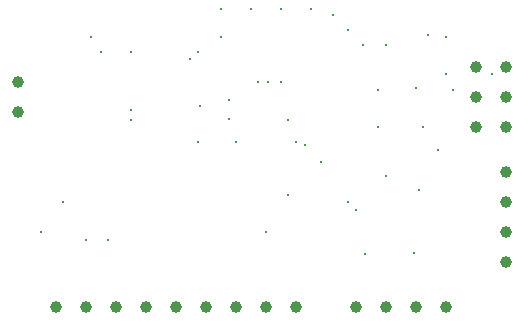
<source format=gbr>
%TF.GenerationSoftware,KiCad,Pcbnew,9.0.4*%
%TF.CreationDate,2025-09-30T03:15:34+08:00*%
%TF.ProjectId,MCU Datalogger,4d435520-4461-4746-916c-6f676765722e,1*%
%TF.SameCoordinates,Original*%
%TF.FileFunction,Plated,1,2,PTH,Drill*%
%TF.FilePolarity,Positive*%
%FSLAX46Y46*%
G04 Gerber Fmt 4.6, Leading zero omitted, Abs format (unit mm)*
G04 Created by KiCad (PCBNEW 9.0.4) date 2025-09-30 03:15:34*
%MOMM*%
%LPD*%
G01*
G04 APERTURE LIST*
%TA.AperFunction,ViaDrill*%
%ADD10C,0.300000*%
%TD*%
%TA.AperFunction,ComponentDrill*%
%ADD11C,1.000000*%
%TD*%
G04 APERTURE END LIST*
D10*
X93345000Y-78105000D03*
X95250000Y-75565000D03*
X97155000Y-78740000D03*
X97611473Y-61560000D03*
X98425000Y-62865000D03*
X99060000Y-78740000D03*
X100965000Y-62865000D03*
X100965000Y-67779997D03*
X100965000Y-68580000D03*
X105938235Y-63393235D03*
X106680000Y-62865000D03*
X106680000Y-70485000D03*
X106786765Y-67416765D03*
X108585000Y-59220000D03*
X108585000Y-61595000D03*
X109255000Y-66900227D03*
X109255000Y-68500226D03*
X109855000Y-70485000D03*
X111175000Y-59227074D03*
X111760000Y-65405000D03*
X112395000Y-78105000D03*
X112560003Y-65405000D03*
X113665000Y-59220000D03*
X113665000Y-65405000D03*
X114300000Y-68580000D03*
X114300000Y-74930000D03*
X114935000Y-70485000D03*
X115708660Y-70688604D03*
X116255000Y-59227074D03*
X117100735Y-72129265D03*
X118110000Y-59690000D03*
X119352863Y-75568676D03*
X119380000Y-60960000D03*
X120015000Y-76200000D03*
X120650000Y-62230000D03*
X120756765Y-79903235D03*
X121920000Y-66040000D03*
X121920000Y-69215000D03*
X122555000Y-62230000D03*
X122555000Y-73330265D03*
X124968000Y-79883000D03*
X125095000Y-65886000D03*
X125349000Y-74549000D03*
X125730000Y-69215000D03*
X126150764Y-61380764D03*
X127000000Y-71120000D03*
X127635000Y-61595000D03*
X127635000Y-64686000D03*
X128270000Y-66040000D03*
X131520002Y-64686000D03*
D11*
%TO.C,BT1*%
X91440000Y-65400000D03*
X91440000Y-67940000D03*
%TO.C,J1*%
X94615000Y-84455000D03*
X97155000Y-84455000D03*
X99695000Y-84455000D03*
X102235000Y-84455000D03*
X104775000Y-84455000D03*
X107315000Y-84455000D03*
X109855000Y-84455000D03*
X112395000Y-84455000D03*
X114935000Y-84455000D03*
%TO.C,J3*%
X120015000Y-84455000D03*
X122555000Y-84455000D03*
X125095000Y-84455000D03*
X127635000Y-84455000D03*
%TO.C,J4*%
X130170000Y-64135000D03*
X130170000Y-66675000D03*
X130170000Y-69215000D03*
X132710000Y-64135000D03*
X132710000Y-66675000D03*
X132710000Y-69215000D03*
%TO.C,J2*%
X132715000Y-73025000D03*
X132715000Y-75565000D03*
X132715000Y-78105000D03*
X132715000Y-80645000D03*
M02*

</source>
